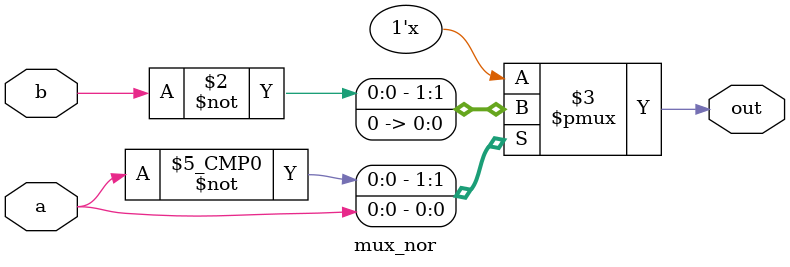
<source format=v>
module mux_nor(a,b,out);

    input a,b;
	output reg out;
	
	always@(*)
	begin
	
	   case(a)
	   1'b0 : out = ~b;
	   1'b1 : out = 1'b0;
	   endcase
	   
	end

endmodule	

</source>
